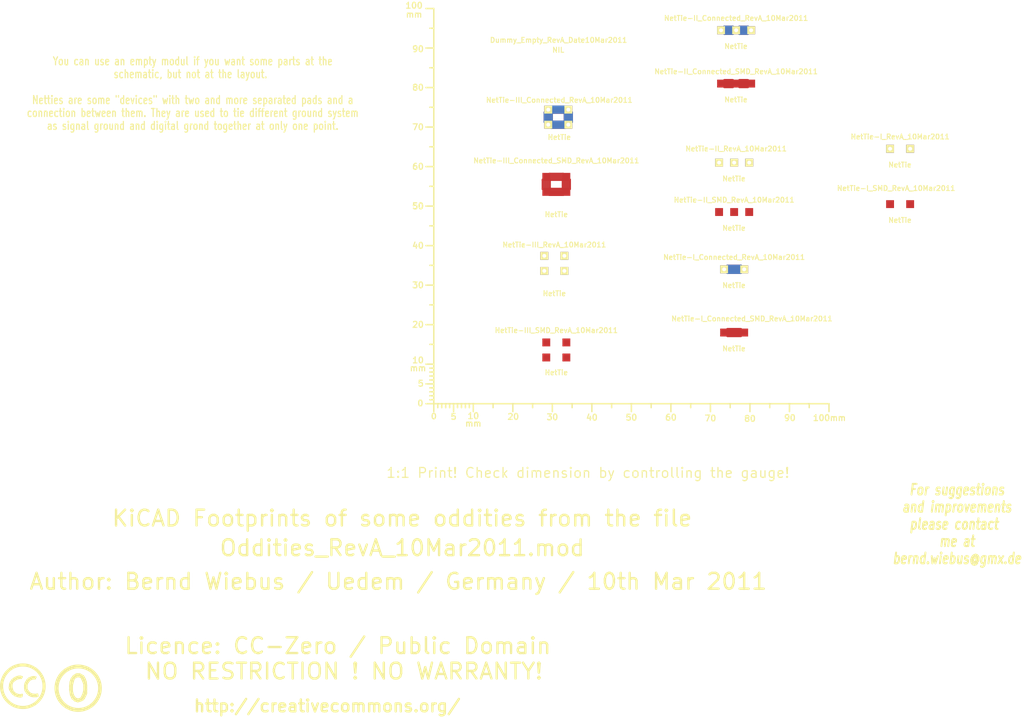
<source format=kicad_pcb>
(kicad_pcb (version 3) (host pcbnew "(2013-03-30 BZR 4007)-stable")

  (general
    (links 0)
    (no_connects 0)
    (area -16.90696 15.555699 274.02378 197.1694)
    (thickness 1.6002)
    (drawings 8)
    (tracks 0)
    (zones 0)
    (modules 16)
    (nets 1)
  )

  (page A4)
  (layers
    (15 Vorderseite signal)
    (0 Rückseite signal)
    (16 B.Adhes user)
    (17 F.Adhes user)
    (18 B.Paste user)
    (19 F.Paste user)
    (20 B.SilkS user)
    (21 F.SilkS user)
    (22 B.Mask user)
    (23 F.Mask user)
    (24 Dwgs.User user)
    (25 Cmts.User user)
    (26 Eco1.User user)
    (27 Eco2.User user)
    (28 Edge.Cuts user)
  )

  (setup
    (last_trace_width 0.2032)
    (trace_clearance 0.254)
    (zone_clearance 0.508)
    (zone_45_only no)
    (trace_min 0.2032)
    (segment_width 0.381)
    (edge_width 0.381)
    (via_size 0.889)
    (via_drill 0.635)
    (via_min_size 0.889)
    (via_min_drill 0.508)
    (uvia_size 0.508)
    (uvia_drill 0.127)
    (uvias_allowed no)
    (uvia_min_size 0.508)
    (uvia_min_drill 0.127)
    (pcb_text_width 0.3048)
    (pcb_text_size 1.524 2.032)
    (mod_edge_width 0.381)
    (mod_text_size 1.524 1.524)
    (mod_text_width 0.3048)
    (pad_size 1.99898 1.99898)
    (pad_drill 1.00076)
    (pad_to_mask_clearance 0.254)
    (aux_axis_origin 0 0)
    (visible_elements 7FFFFFFF)
    (pcbplotparams
      (layerselection 3178497)
      (usegerberextensions true)
      (excludeedgelayer true)
      (linewidth 60)
      (plotframeref false)
      (viasonmask false)
      (mode 1)
      (useauxorigin false)
      (hpglpennumber 1)
      (hpglpenspeed 20)
      (hpglpendiameter 15)
      (hpglpenoverlay 0)
      (psnegative false)
      (psa4output false)
      (plotreference true)
      (plotvalue true)
      (plotothertext true)
      (plotinvisibletext false)
      (padsonsilk false)
      (subtractmaskfromsilk false)
      (outputformat 1)
      (mirror false)
      (drillshape 1)
      (scaleselection 1)
      (outputdirectory ""))
  )

  (net 0 "")

  (net_class Default "Dies ist die voreingestellte Netzklasse."
    (clearance 0.254)
    (trace_width 0.2032)
    (via_dia 0.889)
    (via_drill 0.635)
    (uvia_dia 0.508)
    (uvia_drill 0.127)
    (add_net "")
  )

  (module Gauge_100mm_Type2_SilkScreenTop_RevA_Date22Jun2010 (layer Vorderseite) (tedit 51AF5FD9) (tstamp 4D88F07A)
    (at 125 116)
    (descr "Gauge, Massstab, 100mm, SilkScreenTop, Type 2,")
    (tags "Gauge, Massstab, 100mm, SilkScreenTop, Type 2,")
    (path Gauge_100mm_Type2_SilkScreenTop_RevA_Date22Jun2010)
    (fp_text reference MSC (at 4.0005 8.99922) (layer F.SilkS) hide
      (effects (font (size 1.524 1.524) (thickness 0.3048)))
    )
    (fp_text value Gauge_100mm_Type2_SilkScreenTop_RevA_Date22Jun2010 (at 45.9994 8.99922) (layer F.SilkS) hide
      (effects (font (size 1.524 1.524) (thickness 0.3048)))
    )
    (fp_text user mm (at 9.99998 5.00126) (layer F.SilkS)
      (effects (font (size 1.524 1.524) (thickness 0.3048)))
    )
    (fp_text user mm (at -4.0005 -8.99922) (layer F.SilkS)
      (effects (font (size 1.524 1.524) (thickness 0.3048)))
    )
    (fp_text user mm (at -5.00126 -98.5012) (layer F.SilkS)
      (effects (font (size 1.524 1.524) (thickness 0.3048)))
    )
    (fp_text user 10 (at 10.00506 3.0988) (layer F.SilkS)
      (effects (font (size 1.50114 1.50114) (thickness 0.29972)))
    )
    (fp_text user 0 (at 0.00508 3.19786) (layer F.SilkS)
      (effects (font (size 1.39954 1.50114) (thickness 0.29972)))
    )
    (fp_text user 5 (at 5.0038 3.29946) (layer F.SilkS)
      (effects (font (size 1.50114 1.50114) (thickness 0.29972)))
    )
    (fp_text user 20 (at 20.1041 3.29946) (layer F.SilkS)
      (effects (font (size 1.50114 1.50114) (thickness 0.29972)))
    )
    (fp_text user 30 (at 30.00502 3.39852) (layer F.SilkS)
      (effects (font (size 1.50114 1.50114) (thickness 0.29972)))
    )
    (fp_text user 40 (at 40.005 3.50012) (layer F.SilkS)
      (effects (font (size 1.50114 1.50114) (thickness 0.29972)))
    )
    (fp_text user 50 (at 50.00498 3.50012) (layer F.SilkS)
      (effects (font (size 1.50114 1.50114) (thickness 0.29972)))
    )
    (fp_text user 60 (at 60.00496 3.50012) (layer F.SilkS)
      (effects (font (size 1.50114 1.50114) (thickness 0.29972)))
    )
    (fp_text user 70 (at 70.00494 3.70078) (layer F.SilkS)
      (effects (font (size 1.50114 1.50114) (thickness 0.29972)))
    )
    (fp_text user 80 (at 80.00492 3.79984) (layer F.SilkS)
      (effects (font (size 1.50114 1.50114) (thickness 0.29972)))
    )
    (fp_text user 90 (at 90.1065 3.60172) (layer F.SilkS)
      (effects (font (size 1.50114 1.50114) (thickness 0.29972)))
    )
    (fp_text user 100mm (at 100.10648 3.60172) (layer F.SilkS)
      (effects (font (size 1.50114 1.50114) (thickness 0.29972)))
    )
    (fp_line (start 0 -8.99922) (end -1.00076 -8.99922) (layer F.SilkS) (width 0.381))
    (fp_line (start 0 -8.001) (end -1.00076 -8.001) (layer F.SilkS) (width 0.381))
    (fp_line (start 0 -7.00024) (end -1.00076 -7.00024) (layer F.SilkS) (width 0.381))
    (fp_line (start 0 -5.99948) (end -1.00076 -5.99948) (layer F.SilkS) (width 0.381))
    (fp_line (start 0 -4.0005) (end -1.00076 -4.0005) (layer F.SilkS) (width 0.381))
    (fp_line (start 0 -2.99974) (end -1.00076 -2.99974) (layer F.SilkS) (width 0.381))
    (fp_line (start 0 -1.99898) (end -1.00076 -1.99898) (layer F.SilkS) (width 0.381))
    (fp_line (start 0 -1.00076) (end -1.00076 -1.00076) (layer F.SilkS) (width 0.381))
    (fp_line (start 0 0) (end -1.99898 0) (layer F.SilkS) (width 0.381))
    (fp_line (start 0 -5.00126) (end -1.99898 -5.00126) (layer F.SilkS) (width 0.381))
    (fp_line (start 0 -9.99998) (end -1.99898 -9.99998) (layer F.SilkS) (width 0.381))
    (fp_line (start 0 -15.00124) (end -1.00076 -15.00124) (layer F.SilkS) (width 0.381))
    (fp_line (start 0 -19.99996) (end -1.99898 -19.99996) (layer F.SilkS) (width 0.381))
    (fp_line (start 0 -25.00122) (end -1.00076 -25.00122) (layer F.SilkS) (width 0.381))
    (fp_line (start 0 -29.99994) (end -1.99898 -29.99994) (layer F.SilkS) (width 0.381))
    (fp_line (start 0 -35.0012) (end -1.00076 -35.0012) (layer F.SilkS) (width 0.381))
    (fp_line (start 0 -39.99992) (end -1.99898 -39.99992) (layer F.SilkS) (width 0.381))
    (fp_line (start 0 -45.00118) (end -1.00076 -45.00118) (layer F.SilkS) (width 0.381))
    (fp_line (start 0 -49.9999) (end -1.99898 -49.9999) (layer F.SilkS) (width 0.381))
    (fp_line (start 0 -55.00116) (end -1.00076 -55.00116) (layer F.SilkS) (width 0.381))
    (fp_line (start 0 -59.99988) (end -1.99898 -59.99988) (layer F.SilkS) (width 0.381))
    (fp_line (start 0 -65.00114) (end -1.00076 -65.00114) (layer F.SilkS) (width 0.381))
    (fp_line (start 0 -69.99986) (end -1.99898 -69.99986) (layer F.SilkS) (width 0.381))
    (fp_line (start 0 -75.00112) (end -1.00076 -75.00112) (layer F.SilkS) (width 0.381))
    (fp_line (start 0 -79.99984) (end -1.99898 -79.99984) (layer F.SilkS) (width 0.381))
    (fp_line (start 0 -85.0011) (end -1.00076 -85.0011) (layer F.SilkS) (width 0.381))
    (fp_line (start 0 -89.99982) (end -1.99898 -89.99982) (layer F.SilkS) (width 0.381))
    (fp_line (start 0 -95.00108) (end -1.00076 -95.00108) (layer F.SilkS) (width 0.381))
    (fp_line (start 0 0) (end 0 -99.9998) (layer F.SilkS) (width 0.381))
    (fp_line (start 0 -99.9998) (end -1.99898 -99.9998) (layer F.SilkS) (width 0.381))
    (fp_text user 100 (at -4.99872 -100.7491) (layer F.SilkS)
      (effects (font (size 1.50114 1.50114) (thickness 0.29972)))
    )
    (fp_text user 90 (at -4.0005 -89.7509) (layer F.SilkS)
      (effects (font (size 1.50114 1.50114) (thickness 0.29972)))
    )
    (fp_text user 80 (at -4.0005 -79.99984) (layer F.SilkS)
      (effects (font (size 1.50114 1.50114) (thickness 0.29972)))
    )
    (fp_text user 70 (at -4.0005 -69.99986) (layer F.SilkS)
      (effects (font (size 1.50114 1.50114) (thickness 0.29972)))
    )
    (fp_text user 60 (at -4.0005 -59.99988) (layer F.SilkS)
      (effects (font (size 1.50114 1.50114) (thickness 0.29972)))
    )
    (fp_text user 50 (at -4.0005 -49.9999) (layer F.SilkS)
      (effects (font (size 1.50114 1.50114) (thickness 0.34036)))
    )
    (fp_text user 40 (at -4.0005 -39.99992) (layer F.SilkS)
      (effects (font (size 1.50114 1.50114) (thickness 0.29972)))
    )
    (fp_text user 30 (at -4.0005 -29.99994) (layer F.SilkS)
      (effects (font (size 1.50114 1.50114) (thickness 0.29972)))
    )
    (fp_text user 20 (at -4.0005 -19.99996) (layer F.SilkS)
      (effects (font (size 1.50114 1.50114) (thickness 0.29972)))
    )
    (fp_line (start 95.00108 0) (end 95.00108 1.00076) (layer F.SilkS) (width 0.381))
    (fp_line (start 89.99982 0) (end 89.99982 1.99898) (layer F.SilkS) (width 0.381))
    (fp_line (start 85.0011 0) (end 85.0011 1.00076) (layer F.SilkS) (width 0.381))
    (fp_line (start 79.99984 0) (end 79.99984 1.99898) (layer F.SilkS) (width 0.381))
    (fp_line (start 75.00112 0) (end 75.00112 1.00076) (layer F.SilkS) (width 0.381))
    (fp_line (start 69.99986 0) (end 69.99986 1.99898) (layer F.SilkS) (width 0.381))
    (fp_line (start 65.00114 0) (end 65.00114 1.00076) (layer F.SilkS) (width 0.381))
    (fp_line (start 59.99988 0) (end 59.99988 1.99898) (layer F.SilkS) (width 0.381))
    (fp_line (start 55.00116 0) (end 55.00116 1.00076) (layer F.SilkS) (width 0.381))
    (fp_line (start 49.9999 0) (end 49.9999 1.99898) (layer F.SilkS) (width 0.381))
    (fp_line (start 45.00118 0) (end 45.00118 1.00076) (layer F.SilkS) (width 0.381))
    (fp_line (start 39.99992 0) (end 39.99992 1.99898) (layer F.SilkS) (width 0.381))
    (fp_line (start 35.0012 0) (end 35.0012 1.00076) (layer F.SilkS) (width 0.381))
    (fp_line (start 29.99994 0) (end 29.99994 1.99898) (layer F.SilkS) (width 0.381))
    (fp_line (start 25.00122 0) (end 25.00122 1.00076) (layer F.SilkS) (width 0.381))
    (fp_line (start 19.99996 0) (end 19.99996 1.99898) (layer F.SilkS) (width 0.381))
    (fp_line (start 15.00124 0) (end 15.00124 1.00076) (layer F.SilkS) (width 0.381))
    (fp_line (start 9.99998 0) (end 99.9998 0) (layer F.SilkS) (width 0.381))
    (fp_line (start 99.9998 0) (end 99.9998 1.99898) (layer F.SilkS) (width 0.381))
    (fp_text user 5 (at -3.302 -5.10286) (layer F.SilkS)
      (effects (font (size 1.50114 1.50114) (thickness 0.29972)))
    )
    (fp_text user 0 (at -3.4036 -0.10414) (layer F.SilkS)
      (effects (font (size 1.50114 1.50114) (thickness 0.29972)))
    )
    (fp_text user 10 (at -4.0005 -11.00074) (layer F.SilkS)
      (effects (font (size 1.50114 1.50114) (thickness 0.29972)))
    )
    (fp_line (start 8.99922 0) (end 8.99922 1.00076) (layer F.SilkS) (width 0.381))
    (fp_line (start 8.001 0) (end 8.001 1.00076) (layer F.SilkS) (width 0.381))
    (fp_line (start 7.00024 0) (end 7.00024 1.00076) (layer F.SilkS) (width 0.381))
    (fp_line (start 5.99948 0) (end 5.99948 1.00076) (layer F.SilkS) (width 0.381))
    (fp_line (start 4.0005 0) (end 4.0005 1.00076) (layer F.SilkS) (width 0.381))
    (fp_line (start 2.99974 0) (end 2.99974 1.00076) (layer F.SilkS) (width 0.381))
    (fp_line (start 1.99898 0) (end 1.99898 1.00076) (layer F.SilkS) (width 0.381))
    (fp_line (start 1.00076 0) (end 1.00076 1.00076) (layer F.SilkS) (width 0.381))
    (fp_line (start 5.00126 0) (end 5.00126 1.99898) (layer F.SilkS) (width 0.381))
    (fp_line (start 0 0) (end 0 1.99898) (layer F.SilkS) (width 0.381))
    (fp_line (start 0 0) (end 9.99998 0) (layer F.SilkS) (width 0.381))
    (fp_line (start 9.99998 0) (end 9.99998 1.99898) (layer F.SilkS) (width 0.381))
  )

  (module Symbol_CC-PublicDomain_SilkScreenTop_Big (layer Vorderseite) (tedit 515D641F) (tstamp 515F0B64)
    (at 35 188)
    (descr "Symbol, CC-PublicDomain, SilkScreen Top, Big,")
    (tags "Symbol, CC-PublicDomain, SilkScreen Top, Big,")
    (path Symbol_CC-Noncommercial_CopperTop_Big)
    (fp_text reference Sym (at 0.59944 -7.29996) (layer F.SilkS) hide
      (effects (font (size 1.524 1.524) (thickness 0.3048)))
    )
    (fp_text value Symbol_CC-PublicDomain_SilkScreenTop_Big (at 0.59944 8.001) (layer F.SilkS) hide
      (effects (font (size 1.524 1.524) (thickness 0.3048)))
    )
    (fp_circle (center 0 0) (end 5.8 -0.05) (layer F.SilkS) (width 0.381))
    (fp_circle (center 0 0) (end 5.5 0) (layer F.SilkS) (width 0.381))
    (fp_circle (center 0.05 0) (end 5.25 0) (layer F.SilkS) (width 0.381))
    (fp_line (start 1.1 -2.5) (end 1.4 -1.9) (layer F.SilkS) (width 0.381))
    (fp_line (start -1.8 1.2) (end -1.6 1.9) (layer F.SilkS) (width 0.381))
    (fp_line (start -1.6 1.9) (end -1.2 2.5) (layer F.SilkS) (width 0.381))
    (fp_line (start 0 -3) (end 0.75 -2.75) (layer F.SilkS) (width 0.381))
    (fp_line (start 0.75 -2.75) (end 1 -2.25) (layer F.SilkS) (width 0.381))
    (fp_line (start 1 -2.25) (end 1.5 -1) (layer F.SilkS) (width 0.381))
    (fp_line (start 1.5 -1) (end 1.5 -0.5) (layer F.SilkS) (width 0.381))
    (fp_line (start 1.5 -0.5) (end 1.5 0.5) (layer F.SilkS) (width 0.381))
    (fp_line (start 1.5 0.5) (end 1.25 1.5) (layer F.SilkS) (width 0.381))
    (fp_line (start 1.25 1.5) (end 0.75 2.5) (layer F.SilkS) (width 0.381))
    (fp_line (start 0.75 2.5) (end 0.25 2.75) (layer F.SilkS) (width 0.381))
    (fp_line (start 0.25 2.75) (end -0.25 2.75) (layer F.SilkS) (width 0.381))
    (fp_line (start -0.25 2.75) (end -0.75 2.5) (layer F.SilkS) (width 0.381))
    (fp_line (start -0.75 2.5) (end -1.25 1.75) (layer F.SilkS) (width 0.381))
    (fp_line (start -1.25 1.75) (end -1.5 0.75) (layer F.SilkS) (width 0.381))
    (fp_line (start -1.5 0.75) (end -1.5 -0.75) (layer F.SilkS) (width 0.381))
    (fp_line (start -1.5 -0.75) (end -1.25 -1.75) (layer F.SilkS) (width 0.381))
    (fp_line (start -1.25 -1.75) (end -1 -2.5) (layer F.SilkS) (width 0.381))
    (fp_line (start -1 -2.5) (end -0.3 -2.9) (layer F.SilkS) (width 0.381))
    (fp_line (start -0.3 -2.9) (end 0.2 -3) (layer F.SilkS) (width 0.381))
    (fp_line (start 0.2 -3) (end 0.8 -3) (layer F.SilkS) (width 0.381))
    (fp_line (start 0.8 -3) (end 1.4 -2.3) (layer F.SilkS) (width 0.381))
    (fp_line (start 1.4 -2.3) (end 1.6 -1.4) (layer F.SilkS) (width 0.381))
    (fp_line (start 1.6 -1.4) (end 1.7 -0.3) (layer F.SilkS) (width 0.381))
    (fp_line (start 1.7 -0.3) (end 1.7 0.9) (layer F.SilkS) (width 0.381))
    (fp_line (start 1.7 0.9) (end 1.4 1.8) (layer F.SilkS) (width 0.381))
    (fp_line (start 1.4 1.8) (end 1 2.7) (layer F.SilkS) (width 0.381))
    (fp_line (start 1 2.7) (end 0.5 3) (layer F.SilkS) (width 0.381))
    (fp_line (start 0.5 3) (end -0.4 3) (layer F.SilkS) (width 0.381))
    (fp_line (start -0.4 3) (end -1.3 2.3) (layer F.SilkS) (width 0.381))
    (fp_line (start -1.3 2.3) (end -1.7 1) (layer F.SilkS) (width 0.381))
    (fp_line (start -1.7 1) (end -1.8 -0.7) (layer F.SilkS) (width 0.381))
    (fp_line (start -1.8 -0.7) (end -1.4 -2.2) (layer F.SilkS) (width 0.381))
    (fp_line (start -1.4 -2.2) (end -1 -2.9) (layer F.SilkS) (width 0.381))
    (fp_line (start -1 -2.9) (end -0.2 -3.3) (layer F.SilkS) (width 0.381))
    (fp_line (start -0.2 -3.3) (end 0.7 -3.2) (layer F.SilkS) (width 0.381))
    (fp_line (start 0.7 -3.2) (end 1.3 -3.1) (layer F.SilkS) (width 0.381))
    (fp_line (start 1.3 -3.1) (end 1.7 -2.4) (layer F.SilkS) (width 0.381))
    (fp_line (start 1.7 -2.4) (end 2 -1.6) (layer F.SilkS) (width 0.381))
    (fp_line (start 2 -1.6) (end 2.1 -0.6) (layer F.SilkS) (width 0.381))
    (fp_line (start 2.1 -0.6) (end 2.1 0.3) (layer F.SilkS) (width 0.381))
    (fp_line (start 2.1 0.3) (end 2.1 1.3) (layer F.SilkS) (width 0.381))
    (fp_line (start 2.1 1.3) (end 1.9 1.8) (layer F.SilkS) (width 0.381))
    (fp_line (start 1.9 1.8) (end 1.5 2.6) (layer F.SilkS) (width 0.381))
    (fp_line (start 1.5 2.6) (end 1.1 3) (layer F.SilkS) (width 0.381))
    (fp_line (start 1.1 3) (end 0.4 3.3) (layer F.SilkS) (width 0.381))
    (fp_line (start 0.4 3.3) (end -0.1 3.4) (layer F.SilkS) (width 0.381))
    (fp_line (start -0.1 3.4) (end -0.8 3.2) (layer F.SilkS) (width 0.381))
    (fp_line (start -0.8 3.2) (end -1.5 2.6) (layer F.SilkS) (width 0.381))
    (fp_line (start -1.5 2.6) (end -1.9 1.7) (layer F.SilkS) (width 0.381))
    (fp_line (start -1.9 1.7) (end -2.1 0.4) (layer F.SilkS) (width 0.381))
    (fp_line (start -2.1 0.4) (end -2.1 -0.6) (layer F.SilkS) (width 0.381))
    (fp_line (start -2.1 -0.6) (end -2 -1.6) (layer F.SilkS) (width 0.381))
    (fp_line (start -2 -1.6) (end -1.7 -2.4) (layer F.SilkS) (width 0.381))
    (fp_line (start -1.7 -2.4) (end -1.2 -3.1) (layer F.SilkS) (width 0.381))
    (fp_line (start -1.2 -3.1) (end -0.4 -3.6) (layer F.SilkS) (width 0.381))
    (fp_line (start -0.4 -3.6) (end 0.4 -3.6) (layer F.SilkS) (width 0.381))
    (fp_line (start 0.4 -3.6) (end 1.1 -3.2) (layer F.SilkS) (width 0.381))
    (fp_line (start 1.1 -3.2) (end 1.1 -2.9) (layer F.SilkS) (width 0.381))
    (fp_line (start 1.1 -2.9) (end 1.8 -1.5) (layer F.SilkS) (width 0.381))
    (fp_line (start 1.8 -1.5) (end 1.8 -0.4) (layer F.SilkS) (width 0.381))
    (fp_line (start 1.8 -0.4) (end 1.8 1.1) (layer F.SilkS) (width 0.381))
    (fp_line (start 1.8 1.1) (end 1.2 2.6) (layer F.SilkS) (width 0.381))
    (fp_line (start 1.2 2.6) (end 0.2 3.2) (layer F.SilkS) (width 0.381))
    (fp_line (start 0.2 3.2) (end -0.5 3.2) (layer F.SilkS) (width 0.381))
    (fp_line (start -0.5 3.2) (end -1.1 2.7) (layer F.SilkS) (width 0.381))
    (fp_line (start -1.1 2.7) (end -1.9 0.6) (layer F.SilkS) (width 0.381))
    (fp_line (start -1.9 0.6) (end -1.7 -1.9) (layer F.SilkS) (width 0.381))
  )

  (module Symbol_CreativeCommons_SilkScreenTop_Type2_Big (layer Vorderseite) (tedit 515D640C) (tstamp 515F46B2)
    (at 21 187.5)
    (descr "Symbol, Creative Commons, SilkScreen Top, Type 2, Big,")
    (tags "Symbol, Creative Commons, SilkScreen Top, Type 2, Big,")
    (path Symbol_CreativeCommons_CopperTop_Type2_Big)
    (fp_text reference Sym (at 0.59944 -7.29996) (layer F.SilkS) hide
      (effects (font (size 1.524 1.524) (thickness 0.3048)))
    )
    (fp_text value Symbol_CreativeCommons_Typ2_SilkScreenTop_Big (at 0.59944 8.001) (layer F.SilkS) hide
      (effects (font (size 1.524 1.524) (thickness 0.3048)))
    )
    (fp_line (start -0.70104 2.70002) (end -0.29972 2.60096) (layer F.SilkS) (width 0.381))
    (fp_line (start -0.29972 2.60096) (end -0.20066 2.10058) (layer F.SilkS) (width 0.381))
    (fp_line (start -2.49936 -1.69926) (end -2.70002 -1.6002) (layer F.SilkS) (width 0.381))
    (fp_line (start -2.70002 -1.6002) (end -3.0988 -1.00076) (layer F.SilkS) (width 0.381))
    (fp_line (start -3.0988 -1.00076) (end -3.29946 -0.50038) (layer F.SilkS) (width 0.381))
    (fp_line (start -3.29946 -0.50038) (end -3.40106 0.39878) (layer F.SilkS) (width 0.381))
    (fp_line (start -3.40106 0.39878) (end -3.29946 0.89916) (layer F.SilkS) (width 0.381))
    (fp_line (start -0.19812 2.4003) (end -0.29718 2.59842) (layer F.SilkS) (width 0.381))
    (fp_line (start 3.70078 2.10058) (end 3.79984 2.4003) (layer F.SilkS) (width 0.381))
    (fp_line (start 2.99974 -2.4003) (end 3.29946 -2.30124) (layer F.SilkS) (width 0.381))
    (fp_line (start 3.29946 -2.30124) (end 3.0988 -1.99898) (layer F.SilkS) (width 0.381))
    (fp_line (start 0 -5.40004) (end -0.50038 -5.40004) (layer F.SilkS) (width 0.381))
    (fp_line (start -0.50038 -5.40004) (end -1.30048 -5.10032) (layer F.SilkS) (width 0.381))
    (fp_line (start -1.30048 -5.10032) (end -1.99898 -4.89966) (layer F.SilkS) (width 0.381))
    (fp_line (start -1.99898 -4.89966) (end -2.70002 -4.699) (layer F.SilkS) (width 0.381))
    (fp_line (start -2.70002 -4.699) (end -3.29946 -4.20116) (layer F.SilkS) (width 0.381))
    (fp_line (start -3.29946 -4.20116) (end -4.0005 -3.59918) (layer F.SilkS) (width 0.381))
    (fp_line (start -4.0005 -3.59918) (end -4.50088 -2.99974) (layer F.SilkS) (width 0.381))
    (fp_line (start -4.50088 -2.99974) (end -5.00126 -2.10058) (layer F.SilkS) (width 0.381))
    (fp_line (start -5.00126 -2.10058) (end -5.30098 -1.09982) (layer F.SilkS) (width 0.381))
    (fp_line (start -5.30098 -1.09982) (end -5.40004 0.09906) (layer F.SilkS) (width 0.381))
    (fp_line (start -5.40004 0.09906) (end -5.19938 1.30048) (layer F.SilkS) (width 0.381))
    (fp_line (start -5.19938 1.30048) (end -4.8006 2.4003) (layer F.SilkS) (width 0.381))
    (fp_line (start -4.8006 2.4003) (end -3.79984 3.8989) (layer F.SilkS) (width 0.381))
    (fp_line (start -3.79984 3.8989) (end -2.60096 4.8006) (layer F.SilkS) (width 0.381))
    (fp_line (start -2.60096 4.8006) (end -1.30048 5.30098) (layer F.SilkS) (width 0.381))
    (fp_line (start -1.30048 5.30098) (end 0.09906 5.30098) (layer F.SilkS) (width 0.381))
    (fp_line (start 0.09906 5.30098) (end 1.6002 5.19938) (layer F.SilkS) (width 0.381))
    (fp_line (start 1.6002 5.19938) (end 2.60096 4.699) (layer F.SilkS) (width 0.381))
    (fp_line (start 2.60096 4.699) (end 4.20116 3.40106) (layer F.SilkS) (width 0.381))
    (fp_line (start 4.20116 3.40106) (end 5.00126 1.80086) (layer F.SilkS) (width 0.381))
    (fp_line (start 5.00126 1.80086) (end 5.40004 0.29972) (layer F.SilkS) (width 0.381))
    (fp_line (start 5.40004 0.29972) (end 5.19938 -1.39954) (layer F.SilkS) (width 0.381))
    (fp_line (start 5.19938 -1.39954) (end 4.699 -2.49936) (layer F.SilkS) (width 0.381))
    (fp_line (start 4.699 -2.49936) (end 3.40106 -4.09956) (layer F.SilkS) (width 0.381))
    (fp_line (start 3.40106 -4.09956) (end 2.4003 -4.8006) (layer F.SilkS) (width 0.381))
    (fp_line (start 2.4003 -4.8006) (end 1.39954 -5.19938) (layer F.SilkS) (width 0.381))
    (fp_line (start 1.39954 -5.19938) (end 0 -5.30098) (layer F.SilkS) (width 0.381))
    (fp_line (start 0.60198 -0.70104) (end 0.50292 -0.20066) (layer F.SilkS) (width 0.381))
    (fp_line (start 0.50292 -0.20066) (end 0.50292 0.49784) (layer F.SilkS) (width 0.381))
    (fp_line (start 0.50292 0.49784) (end 0.60198 1.09982) (layer F.SilkS) (width 0.381))
    (fp_line (start 0.60198 1.09982) (end 1.00076 1.69926) (layer F.SilkS) (width 0.381))
    (fp_line (start 1.00076 1.69926) (end 1.50114 2.19964) (layer F.SilkS) (width 0.381))
    (fp_line (start 1.50114 2.19964) (end 2.10058 2.49936) (layer F.SilkS) (width 0.381))
    (fp_line (start 2.10058 2.49936) (end 2.60096 2.59842) (layer F.SilkS) (width 0.381))
    (fp_line (start 2.60096 2.59842) (end 3.00228 2.59842) (layer F.SilkS) (width 0.381))
    (fp_line (start 3.00228 2.59842) (end 3.40106 2.59842) (layer F.SilkS) (width 0.381))
    (fp_line (start 3.40106 2.59842) (end 3.80238 2.49936) (layer F.SilkS) (width 0.381))
    (fp_line (start 3.80238 2.49936) (end 3.70078 2.2987) (layer F.SilkS) (width 0.381))
    (fp_line (start 3.70078 2.2987) (end 2.80162 2.4003) (layer F.SilkS) (width 0.381))
    (fp_line (start 2.80162 2.4003) (end 1.80086 2.09804) (layer F.SilkS) (width 0.381))
    (fp_line (start 1.80086 2.09804) (end 1.20142 1.6002) (layer F.SilkS) (width 0.381))
    (fp_line (start 1.20142 1.6002) (end 0.80264 0.6985) (layer F.SilkS) (width 0.381))
    (fp_line (start 0.80264 0.6985) (end 0.70104 -0.29972) (layer F.SilkS) (width 0.381))
    (fp_line (start 0.70104 -0.29972) (end 1.00076 -1.00076) (layer F.SilkS) (width 0.381))
    (fp_line (start 1.00076 -1.00076) (end 1.60274 -1.7018) (layer F.SilkS) (width 0.381))
    (fp_line (start 1.60274 -1.7018) (end 2.30124 -2.10058) (layer F.SilkS) (width 0.381))
    (fp_line (start 2.30124 -2.10058) (end 3.00228 -2.10058) (layer F.SilkS) (width 0.381))
    (fp_line (start 3.00228 -2.10058) (end 3.10134 -1.89992) (layer F.SilkS) (width 0.381))
    (fp_line (start 3.10134 -1.89992) (end 2.5019 -1.89992) (layer F.SilkS) (width 0.381))
    (fp_line (start 2.5019 -1.89992) (end 1.80086 -1.6002) (layer F.SilkS) (width 0.381))
    (fp_line (start 1.80086 -1.6002) (end 1.30048 -1.00076) (layer F.SilkS) (width 0.381))
    (fp_line (start 1.30048 -1.00076) (end 1.00076 -0.40132) (layer F.SilkS) (width 0.381))
    (fp_line (start 1.00076 -0.40132) (end 1.00076 0.09906) (layer F.SilkS) (width 0.381))
    (fp_line (start 1.00076 0.09906) (end 1.00076 0.6985) (layer F.SilkS) (width 0.381))
    (fp_line (start 1.00076 0.6985) (end 1.30048 1.19888) (layer F.SilkS) (width 0.381))
    (fp_line (start 1.30048 1.19888) (end 1.7018 1.69926) (layer F.SilkS) (width 0.381))
    (fp_line (start 1.7018 1.69926) (end 2.30124 1.99898) (layer F.SilkS) (width 0.381))
    (fp_line (start 2.30124 1.99898) (end 2.90068 2.09804) (layer F.SilkS) (width 0.381))
    (fp_line (start 2.90068 2.09804) (end 3.40106 2.09804) (layer F.SilkS) (width 0.381))
    (fp_line (start 3.40106 2.09804) (end 3.70078 1.99898) (layer F.SilkS) (width 0.381))
    (fp_line (start 3.00228 -2.4003) (end 2.40284 -2.4003) (layer F.SilkS) (width 0.381))
    (fp_line (start 2.40284 -2.4003) (end 2.00152 -2.20218) (layer F.SilkS) (width 0.381))
    (fp_line (start 2.00152 -2.20218) (end 1.50114 -2.00152) (layer F.SilkS) (width 0.381))
    (fp_line (start 1.50114 -2.00152) (end 1.10236 -1.6002) (layer F.SilkS) (width 0.381))
    (fp_line (start 1.10236 -1.6002) (end 0.80264 -1.09982) (layer F.SilkS) (width 0.381))
    (fp_line (start 0.80264 -1.09982) (end 0.60198 -0.70104) (layer F.SilkS) (width 0.381))
    (fp_line (start -0.39878 -1.99898) (end -0.89916 -1.99898) (layer F.SilkS) (width 0.381))
    (fp_line (start -0.89916 -1.99898) (end -1.39954 -1.89738) (layer F.SilkS) (width 0.381))
    (fp_line (start -1.39954 -1.89738) (end -1.89992 -1.59766) (layer F.SilkS) (width 0.381))
    (fp_line (start -1.89992 -1.59766) (end -2.4003 -1.19888) (layer F.SilkS) (width 0.381))
    (fp_line (start -2.4003 -1.30048) (end -2.70002 -0.8001) (layer F.SilkS) (width 0.381))
    (fp_line (start -2.70002 -0.8001) (end -2.79908 -0.29972) (layer F.SilkS) (width 0.381))
    (fp_line (start -2.79908 -0.29972) (end -2.79908 0.20066) (layer F.SilkS) (width 0.381))
    (fp_line (start -2.79908 0.20066) (end -2.59842 1.00076) (layer F.SilkS) (width 0.381))
    (fp_line (start -2.69748 1.00076) (end -2.39776 1.39954) (layer F.SilkS) (width 0.381))
    (fp_line (start -2.29616 1.4986) (end -1.79578 1.89992) (layer F.SilkS) (width 0.381))
    (fp_line (start -1.79578 1.89992) (end -1.29794 2.09804) (layer F.SilkS) (width 0.381))
    (fp_line (start -1.29794 2.09804) (end -0.89662 2.19964) (layer F.SilkS) (width 0.381))
    (fp_line (start -0.89662 2.19964) (end -0.49784 2.19964) (layer F.SilkS) (width 0.381))
    (fp_line (start -0.49784 2.19964) (end -0.19812 2.09804) (layer F.SilkS) (width 0.381))
    (fp_line (start -0.19812 2.09804) (end -0.29718 2.4003) (layer F.SilkS) (width 0.381))
    (fp_line (start -0.29718 2.4003) (end -0.89662 2.49936) (layer F.SilkS) (width 0.381))
    (fp_line (start -0.89662 2.49936) (end -1.59766 2.2987) (layer F.SilkS) (width 0.381))
    (fp_line (start -1.59766 2.2987) (end -2.29616 1.79832) (layer F.SilkS) (width 0.381))
    (fp_line (start -2.29616 1.79832) (end -2.79654 1.29794) (layer F.SilkS) (width 0.381))
    (fp_line (start -2.79908 1.39954) (end -2.99974 0.70104) (layer F.SilkS) (width 0.381))
    (fp_line (start -2.99974 0.70104) (end -3.0988 0) (layer F.SilkS) (width 0.381))
    (fp_line (start -3.0988 0) (end -2.99974 -0.59944) (layer F.SilkS) (width 0.381))
    (fp_line (start -2.99974 -0.8001) (end -2.70002 -1.30048) (layer F.SilkS) (width 0.381))
    (fp_line (start -2.70002 -1.09982) (end -2.19964 -1.6002) (layer F.SilkS) (width 0.381))
    (fp_line (start -2.19964 -1.69926) (end -1.69926 -1.99898) (layer F.SilkS) (width 0.381))
    (fp_line (start -1.69926 -1.99898) (end -1.19888 -2.19964) (layer F.SilkS) (width 0.381))
    (fp_line (start -1.19888 -2.19964) (end -0.6985 -2.19964) (layer F.SilkS) (width 0.381))
    (fp_line (start -0.6985 -2.19964) (end -0.29972 -2.19964) (layer F.SilkS) (width 0.381))
    (fp_line (start -0.29972 -2.19964) (end -0.20066 -2.39776) (layer F.SilkS) (width 0.381))
    (fp_line (start -0.20066 -2.39776) (end -0.59944 -2.49936) (layer F.SilkS) (width 0.381))
    (fp_line (start -0.59944 -2.49936) (end -1.00076 -2.49936) (layer F.SilkS) (width 0.381))
    (fp_line (start -1.00076 -2.49936) (end -1.4986 -2.39776) (layer F.SilkS) (width 0.381))
    (fp_line (start -1.4986 -2.39776) (end -2.10058 -2.09804) (layer F.SilkS) (width 0.381))
    (fp_line (start -2.10058 -2.09804) (end -2.59842 -1.69926) (layer F.SilkS) (width 0.381))
    (fp_line (start -2.59842 -1.6002) (end -3.0988 -0.89916) (layer F.SilkS) (width 0.381))
    (fp_line (start -3.0988 -0.89916) (end -3.29946 -0.29972) (layer F.SilkS) (width 0.381))
    (fp_line (start -3.29946 -0.29972) (end -3.29946 0.40132) (layer F.SilkS) (width 0.381))
    (fp_line (start -3.29946 0.40132) (end -3.2004 1.00076) (layer F.SilkS) (width 0.381))
    (fp_line (start -3.29946 0.8001) (end -2.99974 1.39954) (layer F.SilkS) (width 0.381))
    (fp_line (start -2.89814 1.4986) (end -2.49682 1.99898) (layer F.SilkS) (width 0.381))
    (fp_line (start -2.49682 1.99898) (end -1.89738 2.4003) (layer F.SilkS) (width 0.381))
    (fp_line (start -1.89738 2.4003) (end -1.19634 2.59842) (layer F.SilkS) (width 0.381))
    (fp_line (start -1.19634 2.59842) (end -0.69596 2.70002) (layer F.SilkS) (width 0.381))
    (fp_line (start -2.9972 1.19888) (end -2.59842 1.19888) (layer F.SilkS) (width 0.381))
    (fp_circle (center 0 0) (end 5.08 1.016) (layer F.SilkS) (width 0.381))
    (fp_circle (center 0 0) (end 5.588 0) (layer F.SilkS) (width 0.381))
  )

  (module Dummy_Empty_RevA_Date10Mar2011 (layer Vorderseite) (tedit 51AF5FA5) (tstamp 51AF5F86)
    (at 156.5 26.5)
    (descr "Only empty Dummy to give satsfaction to DRC")
    (tags "Only empty Dummy to give satsfaction to DRC")
    (fp_text reference Dummy_Empty_RevA_Date10Mar2011 (at 0.07112 -2.49936) (layer F.SilkS)
      (effects (font (size 1.27 1.27) (thickness 0.254)))
    )
    (fp_text value NIL (at 0 0) (layer F.SilkS)
      (effects (font (size 1.27 1.27) (thickness 0.254)))
    )
  )

  (module NetTie-III_Connected_RevA_20Mar2011 (layer Vorderseite) (tedit 51AF5FB0) (tstamp 51AF61AD)
    (at 156.5 43.5)
    (descr "Just a \"Net tie\" as an more or less elegant way to connect two different nets without disturbing ERC and DRC. Make connection between 1 and 2 by yourself.")
    (tags "Just a \"Net tie\" as an more or less elegant way to connect two different nets without disturbing ERC and DRC. Make connection between 1 and 2 by yourself.")
    (path NetTie-I_Connected_RevA_20Mar2011)
    (fp_text reference NetTie (at 0.254 5.08) (layer F.SilkS)
      (effects (font (size 1.27 1.27) (thickness 0.254)))
    )
    (fp_text value NetTie-III_Connected_RevA_10Mar2011 (at 0.254 -4.318) (layer F.SilkS)
      (effects (font (size 1.27 1.27) (thickness 0.254)))
    )
    (fp_line (start 2.54 -1.016) (end 2.54 1.016) (layer Rückseite) (width 0.3048))
    (fp_line (start 3.556 -1.27) (end 3.556 1.27) (layer Rückseite) (width 0.3048))
    (fp_line (start 3.556 1.27) (end 3.302 1.27) (layer Rückseite) (width 0.3048))
    (fp_line (start 3.302 1.27) (end 3.302 -1.27) (layer Rückseite) (width 0.3048))
    (fp_line (start 3.302 -1.27) (end 3.048 -1.27) (layer Rückseite) (width 0.3048))
    (fp_line (start 3.048 -1.27) (end 3.048 1.27) (layer Rückseite) (width 0.3048))
    (fp_line (start 3.048 1.27) (end 2.794 1.27) (layer Rückseite) (width 0.3048))
    (fp_line (start 2.794 1.27) (end 2.794 -1.27) (layer Rückseite) (width 0.3048))
    (fp_line (start 1.524 -1.27) (end 1.524 1.27) (layer Rückseite) (width 0.3048))
    (fp_line (start 1.524 1.27) (end 1.778 1.27) (layer Rückseite) (width 0.3048))
    (fp_line (start 1.778 1.27) (end 1.778 -1.27) (layer Rückseite) (width 0.3048))
    (fp_line (start 1.778 -1.27) (end 2.032 -1.27) (layer Rückseite) (width 0.3048))
    (fp_line (start 2.032 -1.27) (end 2.032 1.27) (layer Rückseite) (width 0.3048))
    (fp_line (start 2.032 1.27) (end 2.286 1.27) (layer Rückseite) (width 0.3048))
    (fp_line (start 2.286 1.27) (end 2.286 -1.27) (layer Rückseite) (width 0.3048))
    (fp_line (start 1.778 2.794) (end -1.778 2.794) (layer Rückseite) (width 0.3048))
    (fp_line (start -1.778 2.794) (end -1.778 2.54) (layer Rückseite) (width 0.3048))
    (fp_line (start -1.778 2.54) (end 1.778 2.54) (layer Rückseite) (width 0.3048))
    (fp_line (start 1.778 2.54) (end 1.778 2.286) (layer Rückseite) (width 0.3048))
    (fp_line (start 1.778 2.286) (end -1.778 2.286) (layer Rückseite) (width 0.3048))
    (fp_line (start -1.778 2.286) (end -1.778 2.032) (layer Rückseite) (width 0.3048))
    (fp_line (start -1.778 2.032) (end 1.778 2.032) (layer Rückseite) (width 0.3048))
    (fp_line (start 1.778 2.032) (end 1.778 1.778) (layer Rückseite) (width 0.3048))
    (fp_line (start 1.778 1.778) (end -1.778 1.778) (layer Rückseite) (width 0.3048))
    (fp_line (start -1.778 1.778) (end -1.778 1.524) (layer Rückseite) (width 0.3048))
    (fp_line (start -1.778 1.524) (end 1.778 1.524) (layer Rückseite) (width 0.3048))
    (fp_line (start 1.778 1.524) (end 1.778 1.27) (layer Rückseite) (width 0.3048))
    (fp_line (start 1.778 1.27) (end -1.778 1.27) (layer Rückseite) (width 0.3048))
    (fp_line (start -1.778 1.27) (end -1.778 1.016) (layer Rückseite) (width 0.3048))
    (fp_line (start -1.778 1.016) (end 1.778 1.016) (layer Rückseite) (width 0.3048))
    (fp_line (start 1.778 1.016) (end 1.778 0.762) (layer Rückseite) (width 0.3048))
    (fp_line (start 1.778 0.762) (end 1.778 1.016) (layer Rückseite) (width 0.3048))
    (fp_line (start 1.778 -2.794) (end -1.778 -2.794) (layer Rückseite) (width 0.3048))
    (fp_line (start -1.778 -2.794) (end -1.778 -2.54) (layer Rückseite) (width 0.3048))
    (fp_line (start -1.778 -2.54) (end 1.778 -2.54) (layer Rückseite) (width 0.3048))
    (fp_line (start 1.778 -2.54) (end 1.778 -2.286) (layer Rückseite) (width 0.3048))
    (fp_line (start 1.778 -2.286) (end -1.778 -2.286) (layer Rückseite) (width 0.3048))
    (fp_line (start -1.778 -2.286) (end -1.778 -2.032) (layer Rückseite) (width 0.3048))
    (fp_line (start -1.778 -2.032) (end 1.778 -2.032) (layer Rückseite) (width 0.3048))
    (fp_line (start 1.778 -2.032) (end 1.778 -1.778) (layer Rückseite) (width 0.3048))
    (fp_line (start 1.778 -1.778) (end -1.778 -1.778) (layer Rückseite) (width 0.3048))
    (fp_line (start -1.778 -1.778) (end -1.778 -1.524) (layer Rückseite) (width 0.3048))
    (fp_line (start -1.778 -1.524) (end 1.524 -1.524) (layer Rückseite) (width 0.3048))
    (fp_line (start 1.524 -1.524) (end 1.778 -1.524) (layer Rückseite) (width 0.3048))
    (fp_line (start 1.778 -1.524) (end 1.778 -1.27) (layer Rückseite) (width 0.3048))
    (fp_line (start 1.778 -1.27) (end -1.778 -1.27) (layer Rückseite) (width 0.3048))
    (fp_line (start -1.778 -1.27) (end -1.778 -1.016) (layer Rückseite) (width 0.3048))
    (fp_line (start -1.778 -1.016) (end 1.778 -1.016) (layer Rückseite) (width 0.3048))
    (fp_line (start -2.54 -1.016) (end -2.54 1.016) (layer Rückseite) (width 0.3048))
    (fp_line (start -2.286 1.27) (end -2.286 -1.27) (layer Rückseite) (width 0.3048))
    (fp_line (start -2.286 -1.27) (end -2.032 -1.27) (layer Rückseite) (width 0.3048))
    (fp_line (start -2.032 -1.27) (end -2.032 1.27) (layer Rückseite) (width 0.3048))
    (fp_line (start -2.032 1.27) (end -1.778 1.27) (layer Rückseite) (width 0.3048))
    (fp_line (start -1.778 1.27) (end -1.778 -1.27) (layer Rückseite) (width 0.3048))
    (fp_line (start -1.778 -1.27) (end -1.524 -1.27) (layer Rückseite) (width 0.3048))
    (fp_line (start -1.524 -1.27) (end -1.524 1.27) (layer Rückseite) (width 0.3048))
    (fp_line (start -3.556 -1.27) (end -3.556 1.27) (layer Rückseite) (width 0.3048))
    (fp_line (start -3.556 1.27) (end -3.302 1.27) (layer Rückseite) (width 0.3048))
    (fp_line (start -3.302 1.27) (end -3.302 -1.27) (layer Rückseite) (width 0.3048))
    (fp_line (start -3.302 -1.27) (end -3.048 -1.27) (layer Rückseite) (width 0.3048))
    (fp_line (start -3.048 -1.27) (end -3.048 1.27) (layer Rückseite) (width 0.3048))
    (fp_line (start -3.048 1.27) (end -2.794 1.27) (layer Rückseite) (width 0.3048))
    (fp_line (start -2.794 1.27) (end -2.794 -1.27) (layer Rückseite) (width 0.3048))
    (fp_line (start 2.54 -1.016) (end 2.54 1.016) (layer Vorderseite) (width 0.3048))
    (fp_line (start -2.54 -1.016) (end -2.54 1.016) (layer Vorderseite) (width 0.3048))
    (fp_line (start 1.524 1.27) (end 1.524 -1.27) (layer Vorderseite) (width 0.3048))
    (fp_line (start 1.778 -1.27) (end 1.778 1.27) (layer Vorderseite) (width 0.3048))
    (fp_line (start 2.032 1.27) (end 2.032 -1.27) (layer Vorderseite) (width 0.3048))
    (fp_line (start 2.286 -1.27) (end 2.286 1.27) (layer Vorderseite) (width 0.3048))
    (fp_line (start 2.794 -1.27) (end 2.794 1.27) (layer Vorderseite) (width 0.3048))
    (fp_line (start 3.048 1.27) (end 3.048 -1.27) (layer Vorderseite) (width 0.3048))
    (fp_line (start 3.302 -1.27) (end 3.302 1.27) (layer Vorderseite) (width 0.3048))
    (fp_line (start 3.556 1.27) (end 3.556 -1.27) (layer Vorderseite) (width 0.3048))
    (fp_line (start -1.524 1.27) (end -1.524 -1.27) (layer Vorderseite) (width 0.3048))
    (fp_line (start -1.778 -1.27) (end -1.778 1.27) (layer Vorderseite) (width 0.3048))
    (fp_line (start -2.032 1.27) (end -2.032 -1.27) (layer Vorderseite) (width 0.3048))
    (fp_line (start -2.286 -1.27) (end -2.286 1.27) (layer Vorderseite) (width 0.3048))
    (fp_line (start -2.794 -1.27) (end -2.794 1.27) (layer Vorderseite) (width 0.3048))
    (fp_line (start -3.048 -1.27) (end -3.048 1.27) (layer Vorderseite) (width 0.3048))
    (fp_line (start -3.302 -1.27) (end -3.302 1.27) (layer Vorderseite) (width 0.3048))
    (fp_line (start -3.556 -1.016) (end -3.556 -1.27) (layer Vorderseite) (width 0.3048))
    (fp_line (start -3.556 -1.016) (end -3.556 1.27) (layer Vorderseite) (width 0.3048))
    (fp_line (start -1.778 2.794) (end 1.778 2.794) (layer Vorderseite) (width 0.3048))
    (fp_line (start 1.778 2.54) (end -1.778 2.54) (layer Vorderseite) (width 0.3048))
    (fp_line (start -1.778 2.286) (end 1.778 2.286) (layer Vorderseite) (width 0.3048))
    (fp_line (start -1.778 2.032) (end 1.778 2.032) (layer Vorderseite) (width 0.3048))
    (fp_line (start -1.778 1.778) (end 1.778 1.778) (layer Vorderseite) (width 0.3048))
    (fp_line (start -1.778 1.524) (end 1.778 1.524) (layer Vorderseite) (width 0.3048))
    (fp_line (start -1.778 1.27) (end 1.778 1.27) (layer Vorderseite) (width 0.3048))
    (fp_line (start -1.778 1.016) (end -1.524 1.016) (layer Vorderseite) (width 0.3048))
    (fp_line (start -1.524 1.016) (end 1.778 1.016) (layer Vorderseite) (width 0.3048))
    (fp_line (start -1.778 -2.794) (end 1.778 -2.794) (layer Vorderseite) (width 0.3048))
    (fp_line (start -1.778 -2.54) (end 1.778 -2.54) (layer Vorderseite) (width 0.3048))
    (fp_line (start -1.778 -2.286) (end 1.778 -2.286) (layer Vorderseite) (width 0.3048))
    (fp_line (start -1.778 -2.032) (end 1.778 -2.032) (layer Vorderseite) (width 0.3048))
    (fp_line (start -1.778 -1.778) (end 1.778 -1.778) (layer Vorderseite) (width 0.3048))
    (fp_line (start -1.778 -1.524) (end 1.778 -1.524) (layer Vorderseite) (width 0.3048))
    (fp_line (start -1.778 -1.27) (end 1.778 -1.27) (layer Vorderseite) (width 0.3048))
    (fp_line (start -1.778 -1.016) (end 1.778 -1.016) (layer Vorderseite) (width 0.3048))
    (pad 1 thru_hole rect (at -2.54 -1.905) (size 1.99898 1.99898) (drill 1.00076)
      (layers *.Cu *.Mask F.SilkS)
    )
    (pad 2 thru_hole rect (at -2.54 1.905) (size 1.99898 1.99898) (drill 1.00076)
      (layers *.Cu *.Mask F.SilkS)
    )
    (pad 3 thru_hole rect (at 2.54 -1.905) (size 1.99898 1.99898) (drill 1.00076)
      (layers *.Cu *.Mask F.SilkS)
    )
    (pad 4 thru_hole rect (at 2.54 1.905) (size 1.99898 1.99898) (drill 1.00076)
      (layers *.Cu *.Mask F.SilkS)
    )
  )

  (module NetTie-III_Connected_SMD_RevA_20Mar2011 (layer Vorderseite) (tedit 51AF5FC2) (tstamp 51AF6423)
    (at 156 60.5)
    (descr "Just a \"Net tie\" as an more or less elegant way to connect two different nets without disturbing ERC and DRC. Make connection between 1 and 2 by yourself.")
    (tags "Just a \"Net tie\" as an more or less elegant way to connect two different nets without disturbing ERC and DRC. Make connection between 1 and 2 by yourself.")
    (path NetTie-I_Connected_RevA_20Mar2011)
    (fp_text reference NetTie (at 0 7.62) (layer F.SilkS)
      (effects (font (size 1.27 1.27) (thickness 0.254)))
    )
    (fp_text value NetTie-III_Connected_SMD_RevA_10Mar2011 (at 0 -6) (layer F.SilkS)
      (effects (font (size 1.27 1.27) (thickness 0.254)))
    )
    (fp_line (start 1.524 1.27) (end 1.524 -1.27) (layer Vorderseite) (width 0.3048))
    (fp_line (start 1.778 -1.27) (end 1.778 1.27) (layer Vorderseite) (width 0.3048))
    (fp_line (start 2.032 1.27) (end 2.032 -1.27) (layer Vorderseite) (width 0.3048))
    (fp_line (start 2.286 -1.27) (end 2.286 1.27) (layer Vorderseite) (width 0.3048))
    (fp_line (start 2.54 1.27) (end 2.54 -1.27) (layer Vorderseite) (width 0.3048))
    (fp_line (start 2.794 -1.27) (end 2.794 1.27) (layer Vorderseite) (width 0.3048))
    (fp_line (start 3.048 1.27) (end 3.048 -1.27) (layer Vorderseite) (width 0.3048))
    (fp_line (start 3.302 -1.27) (end 3.302 1.27) (layer Vorderseite) (width 0.3048))
    (fp_line (start 3.556 1.27) (end 3.556 -1.27) (layer Vorderseite) (width 0.3048))
    (fp_line (start -1.524 1.27) (end -1.524 -1.27) (layer Vorderseite) (width 0.3048))
    (fp_line (start -1.778 -1.27) (end -1.778 1.27) (layer Vorderseite) (width 0.3048))
    (fp_line (start -2.032 1.27) (end -2.032 -1.27) (layer Vorderseite) (width 0.3048))
    (fp_line (start -2.286 -1.27) (end -2.286 1.27) (layer Vorderseite) (width 0.3048))
    (fp_line (start -2.54 -1.27) (end -2.54 1.27) (layer Vorderseite) (width 0.3048))
    (fp_line (start -2.794 -1.27) (end -2.794 1.27) (layer Vorderseite) (width 0.3048))
    (fp_line (start -3.048 -1.27) (end -3.048 1.27) (layer Vorderseite) (width 0.3048))
    (fp_line (start -3.302 -1.27) (end -3.302 1.27) (layer Vorderseite) (width 0.3048))
    (fp_line (start -3.556 -1.016) (end -3.556 -1.27) (layer Vorderseite) (width 0.3048))
    (fp_line (start -3.556 -1.016) (end -3.556 1.27) (layer Vorderseite) (width 0.3048))
    (fp_line (start -1.778 2.794) (end 1.778 2.794) (layer Vorderseite) (width 0.3048))
    (fp_line (start 1.778 2.54) (end -1.778 2.54) (layer Vorderseite) (width 0.3048))
    (fp_line (start -1.778 2.286) (end 1.778 2.286) (layer Vorderseite) (width 0.3048))
    (fp_line (start -1.778 2.032) (end 1.778 2.032) (layer Vorderseite) (width 0.3048))
    (fp_line (start -1.778 1.778) (end 1.778 1.778) (layer Vorderseite) (width 0.3048))
    (fp_line (start -1.778 1.524) (end 1.778 1.524) (layer Vorderseite) (width 0.3048))
    (fp_line (start -1.778 1.27) (end 1.778 1.27) (layer Vorderseite) (width 0.3048))
    (fp_line (start -1.778 1.016) (end -1.524 1.016) (layer Vorderseite) (width 0.3048))
    (fp_line (start -1.524 1.016) (end 1.778 1.016) (layer Vorderseite) (width 0.3048))
    (fp_line (start -1.778 -2.794) (end 1.778 -2.794) (layer Vorderseite) (width 0.3048))
    (fp_line (start -1.778 -2.54) (end 1.778 -2.54) (layer Vorderseite) (width 0.3048))
    (fp_line (start -1.778 -2.286) (end 1.778 -2.286) (layer Vorderseite) (width 0.3048))
    (fp_line (start -1.778 -2.032) (end 1.778 -2.032) (layer Vorderseite) (width 0.3048))
    (fp_line (start -1.778 -1.778) (end 1.778 -1.778) (layer Vorderseite) (width 0.3048))
    (fp_line (start -1.778 -1.524) (end 1.778 -1.524) (layer Vorderseite) (width 0.3048))
    (fp_line (start -1.778 -1.27) (end 1.778 -1.27) (layer Vorderseite) (width 0.3048))
    (fp_line (start -1.778 -1.016) (end 1.778 -1.016) (layer Vorderseite) (width 0.3048))
    (pad 1 smd rect (at -2.54 -1.905) (size 1.99898 1.99898)
      (layers Vorderseite F.Paste F.Mask)
    )
    (pad 2 smd rect (at -2.54 1.905) (size 1.99898 1.99898)
      (layers Vorderseite F.Paste F.Mask)
    )
    (pad 3 smd rect (at 2.54 -1.905) (size 1.99898 1.99898)
      (layers Vorderseite F.Paste F.Mask)
    )
    (pad 4 smd rect (at 2.54 1.905) (size 1.99898 1.99898)
      (layers Vorderseite F.Paste F.Mask)
    )
  )

  (module NetTie-III_SMD_RevA_20Mar2011 (layer Vorderseite) (tedit 51AF5FF1) (tstamp 51AF673D)
    (at 156 100.5)
    (descr "Just a \"Net tie\" as an more or less elegant way to connect two different nets without disturbing ERC and DRC. Make connection between the pads by yourself.")
    (tags "Just a \"Net tie\" as an more or less elegant way to connect two different nets without disturbing ERC and DRC. Make connection between the pads by yourself.")
    (path NetTie-I_Connected_RevA_20Mar2011)
    (fp_text reference NetTie (at 0 7.62) (layer F.SilkS)
      (effects (font (size 1.27 1.27) (thickness 0.254)))
    )
    (fp_text value NetTie-III_SMD_RevA_10Mar2011 (at 0 -3.048) (layer F.SilkS)
      (effects (font (size 1.27 1.27) (thickness 0.254)))
    )
    (pad 1 smd rect (at -2.54 0) (size 1.99898 1.99898)
      (layers Vorderseite F.Paste F.Mask)
    )
    (pad 2 smd rect (at -2.54 3.81) (size 1.99898 1.99898)
      (layers Vorderseite F.Paste F.Mask)
    )
    (pad 3 smd rect (at 2.54 0) (size 1.99898 1.99898)
      (layers Vorderseite F.Paste F.Mask)
    )
    (pad 4 smd rect (at 2.54 3.81) (size 1.99898 1.99898)
      (layers Vorderseite F.Paste F.Mask)
    )
  )

  (module NetTie-III_RevA_20Mar2011 (layer Vorderseite) (tedit 51AF5FE7) (tstamp 51AF6D39)
    (at 155.5 80.5)
    (descr "Just a \"Net tie\" as an more or less elegant way to connect two different nets without disturbing ERC and DRC. Make connection between The Pads by yourself.")
    (tags "Just a \"Net tie\" as an more or less elegant way to connect two different nets without disturbing ERC and DRC. Make connection between the pads by yourself.")
    (path NetTie-I_Connected_RevA_20Mar2011)
    (fp_text reference NetTie (at 0 7.62) (layer F.SilkS)
      (effects (font (size 1.27 1.27) (thickness 0.254)))
    )
    (fp_text value NetTie-III_RevA_10Mar2011 (at 0 -4.7) (layer F.SilkS)
      (effects (font (size 1.27 1.27) (thickness 0.254)))
    )
    (pad 1 thru_hole rect (at -2.54 -1.905) (size 1.99898 1.99898) (drill 1.00076)
      (layers *.Cu *.Mask F.SilkS)
    )
    (pad 2 thru_hole rect (at -2.54 1.905) (size 1.99898 1.99898) (drill 1.00076)
      (layers *.Cu *.Mask F.SilkS)
    )
    (pad 3 thru_hole rect (at 2.54 -1.905) (size 1.99898 1.99898) (drill 1.00076)
      (layers *.Cu *.Mask F.SilkS)
    )
    (pad 4 thru_hole rect (at 2.54 1.905) (size 1.99898 1.99898) (drill 1.00076)
      (layers *.Cu *.Mask F.SilkS)
    )
  )

  (module NetTie-II_Connected_RevA_20Mar2011 (layer Vorderseite) (tedit 51AF5FFF) (tstamp 51AF6F27)
    (at 201.5 21.5)
    (descr "Just a \"Net tie\" as an more or less elegant way to connect two different nets without disturbing ERC and DRC. Make connection between 1 and 2 by yourself.")
    (tags "Just a \"Net tie\" as an more or less elegant way to connect two different nets without disturbing ERC and DRC. Make connection between 1 and 2 by yourself.")
    (path NetTie-I_Connected_RevA_20Mar2011)
    (fp_text reference NetTie (at -0.04064 4.06908) (layer F.SilkS)
      (effects (font (size 1.27 1.27) (thickness 0.254)))
    )
    (fp_text value NetTie-II_Connected_RevA_10Mar2011 (at 0 -3.048) (layer F.SilkS)
      (effects (font (size 1.27 1.27) (thickness 0.254)))
    )
    (fp_line (start 0.762 -1.016) (end 3.048 -1.016) (layer Rückseite) (width 0.3048))
    (fp_line (start 3.048 -1.016) (end 3.048 -0.762) (layer Rückseite) (width 0.3048))
    (fp_line (start 3.048 -0.762) (end 0.762 -0.762) (layer Rückseite) (width 0.3048))
    (fp_line (start 0.762 -0.762) (end 0.762 -0.508) (layer Rückseite) (width 0.3048))
    (fp_line (start 0.762 -0.508) (end 3.048 -0.508) (layer Rückseite) (width 0.3048))
    (fp_line (start 3.048 -0.508) (end 3.048 -0.254) (layer Rückseite) (width 0.3048))
    (fp_line (start 3.048 -0.254) (end 0.762 -0.254) (layer Rückseite) (width 0.3048))
    (fp_line (start 0.762 -0.254) (end 0.762 0) (layer Rückseite) (width 0.3048))
    (fp_line (start 0.762 0) (end 3.048 0) (layer Rückseite) (width 0.3048))
    (fp_line (start 3.048 0) (end 3.048 0.254) (layer Rückseite) (width 0.3048))
    (fp_line (start 3.048 0.254) (end 0.762 0.254) (layer Rückseite) (width 0.3048))
    (fp_line (start 0.762 0.254) (end 0.762 0.508) (layer Rückseite) (width 0.3048))
    (fp_line (start 0.762 0.508) (end 3.048 0.508) (layer Rückseite) (width 0.3048))
    (fp_line (start 3.048 0.508) (end 3.048 0.762) (layer Rückseite) (width 0.3048))
    (fp_line (start 3.048 0.762) (end 0.762 0.762) (layer Rückseite) (width 0.3048))
    (fp_line (start 0.762 0.762) (end 0.762 1.016) (layer Rückseite) (width 0.3048))
    (fp_line (start 0.762 1.016) (end 3.048 1.016) (layer Rückseite) (width 0.3048))
    (fp_line (start -3.048 1.016) (end -0.762 1.016) (layer Rückseite) (width 0.3048))
    (fp_line (start -0.762 1.016) (end -0.762 0.762) (layer Rückseite) (width 0.3048))
    (fp_line (start -0.762 0.762) (end -3.048 0.762) (layer Rückseite) (width 0.3048))
    (fp_line (start -3.048 0.762) (end -3.048 0.508) (layer Rückseite) (width 0.3048))
    (fp_line (start -3.048 0.508) (end -0.762 0.508) (layer Rückseite) (width 0.3048))
    (fp_line (start -0.762 0.508) (end -0.762 0.254) (layer Rückseite) (width 0.3048))
    (fp_line (start -0.762 0.254) (end -3.048 0.254) (layer Rückseite) (width 0.3048))
    (fp_line (start -3.048 0.254) (end -3.048 0) (layer Rückseite) (width 0.3048))
    (fp_line (start -3.048 0) (end -0.762 0) (layer Rückseite) (width 0.3048))
    (fp_line (start -0.762 0) (end -0.762 -0.254) (layer Rückseite) (width 0.3048))
    (fp_line (start -0.762 -0.254) (end -3.048 -0.254) (layer Rückseite) (width 0.3048))
    (fp_line (start -3.048 -0.254) (end -3.048 -0.508) (layer Rückseite) (width 0.3048))
    (fp_line (start -3.048 -0.508) (end -0.762 -0.508) (layer Rückseite) (width 0.3048))
    (fp_line (start -0.762 -0.508) (end -0.762 -0.762) (layer Rückseite) (width 0.3048))
    (fp_line (start -0.762 -0.762) (end -3.048 -0.762) (layer Rückseite) (width 0.3048))
    (fp_line (start -3.048 -0.762) (end -3.048 -1.016) (layer Rückseite) (width 0.3048))
    (fp_line (start -3.048 -1.016) (end -0.762 -1.016) (layer Rückseite) (width 0.3048))
    (fp_line (start 0.762 -1.016) (end 3.048 -1.016) (layer Vorderseite) (width 0.3048))
    (fp_line (start 3.048 -1.016) (end 3.048 -0.762) (layer Vorderseite) (width 0.3048))
    (fp_line (start 3.048 -0.762) (end 0.762 -0.762) (layer Vorderseite) (width 0.3048))
    (fp_line (start 0.762 -0.762) (end 0.762 -0.508) (layer Vorderseite) (width 0.3048))
    (fp_line (start 0.762 -0.508) (end 3.048 -0.508) (layer Vorderseite) (width 0.3048))
    (fp_line (start 3.048 -0.508) (end 3.048 -0.254) (layer Vorderseite) (width 0.3048))
    (fp_line (start 3.048 -0.254) (end 0.762 -0.254) (layer Vorderseite) (width 0.3048))
    (fp_line (start 0.762 -0.254) (end 0.762 0) (layer Vorderseite) (width 0.3048))
    (fp_line (start 0.762 0) (end 3.048 0) (layer Vorderseite) (width 0.3048))
    (fp_line (start 3.048 0) (end 3.048 0.254) (layer Vorderseite) (width 0.3048))
    (fp_line (start 3.048 0.254) (end 0.762 0.254) (layer Vorderseite) (width 0.3048))
    (fp_line (start 0.762 0.254) (end 0.762 0.508) (layer Vorderseite) (width 0.3048))
    (fp_line (start 0.762 0.508) (end 3.048 0.508) (layer Vorderseite) (width 0.3048))
    (fp_line (start 3.048 0.508) (end 3.048 0.762) (layer Vorderseite) (width 0.3048))
    (fp_line (start 3.048 0.762) (end 0.762 0.762) (layer Vorderseite) (width 0.3048))
    (fp_line (start 0.762 0.762) (end 0.762 1.016) (layer Vorderseite) (width 0.3048))
    (fp_line (start 0.762 1.016) (end 3.048 1.016) (layer Vorderseite) (width 0.3048))
    (fp_line (start -3.048 1.016) (end -0.762 1.016) (layer Vorderseite) (width 0.3048))
    (fp_line (start -0.762 1.016) (end -0.762 0.762) (layer Vorderseite) (width 0.3048))
    (fp_line (start -0.762 0.762) (end -3.048 0.762) (layer Vorderseite) (width 0.3048))
    (fp_line (start -3.048 0.762) (end -3.048 0.508) (layer Vorderseite) (width 0.3048))
    (fp_line (start -3.048 0.508) (end -0.762 0.508) (layer Vorderseite) (width 0.3048))
    (fp_line (start -0.762 0.508) (end -0.762 0.254) (layer Vorderseite) (width 0.3048))
    (fp_line (start -0.762 0.254) (end -3.048 0.254) (layer Vorderseite) (width 0.3048))
    (fp_line (start -3.048 0.254) (end -3.048 0) (layer Vorderseite) (width 0.3048))
    (fp_line (start -3.048 0) (end -0.762 0) (layer Vorderseite) (width 0.3048))
    (fp_line (start -0.762 0) (end -0.762 -0.254) (layer Vorderseite) (width 0.3048))
    (fp_line (start -0.762 -0.254) (end -3.048 -0.254) (layer Vorderseite) (width 0.3048))
    (fp_line (start -3.048 -0.254) (end -3.048 -0.508) (layer Vorderseite) (width 0.3048))
    (fp_line (start -3.048 -0.508) (end -0.762 -0.508) (layer Vorderseite) (width 0.3048))
    (fp_line (start -0.762 -0.508) (end -0.762 -0.762) (layer Vorderseite) (width 0.3048))
    (fp_line (start -0.762 -0.762) (end -3.048 -0.762) (layer Vorderseite) (width 0.3048))
    (fp_line (start -3.048 -0.762) (end -3.048 -1.016) (layer Vorderseite) (width 0.3048))
    (fp_line (start -3.048 -1.016) (end -0.762 -1.016) (layer Vorderseite) (width 0.3048))
    (pad 1 thru_hole rect (at -3.81 0) (size 1.99898 1.99898) (drill 1.00076)
      (layers *.Cu *.Mask F.SilkS)
    )
    (pad 2 thru_hole rect (at 0 0) (size 1.99898 1.99898) (drill 1.00076)
      (layers *.Cu *.Mask F.SilkS)
    )
    (pad 3 thru_hole rect (at 3.81 0) (size 1.99898 1.99898) (drill 1.00076)
      (layers *.Cu *.Mask F.SilkS)
    )
  )

  (module NetTie-II_Connected_SMD_RevA_20Mar2011 (layer Vorderseite) (tedit 51AF602D) (tstamp 51AF7137)
    (at 201.5 35)
    (descr "Just a \"Net tie\" as an more or less elegant way to connect two different nets without disturbing ERC and DRC. Make connection between 1 and 2 by yourself.")
    (tags "Just a \"Net tie\" as an more or less elegant way to connect two different nets without disturbing ERC and DRC. Make connection between 1 and 2 by yourself.")
    (path NetTie-I_Connected_RevA_20Mar2011)
    (fp_text reference NetTie (at -0.04064 4.06908) (layer F.SilkS)
      (effects (font (size 1.27 1.27) (thickness 0.254)))
    )
    (fp_text value NetTie-II_Connected_SMD_RevA_10Mar2011 (at 0 -3.048) (layer F.SilkS)
      (effects (font (size 1.27 1.27) (thickness 0.254)))
    )
    (fp_line (start 0.762 1.016) (end 3.048 1.016) (layer Vorderseite) (width 0.3048))
    (fp_line (start 3.048 0.762) (end 0.762 0.762) (layer Vorderseite) (width 0.3048))
    (fp_line (start 0.762 0.508) (end 3.048 0.508) (layer Vorderseite) (width 0.3048))
    (fp_line (start 3.048 0.254) (end 0.762 0.254) (layer Vorderseite) (width 0.3048))
    (fp_line (start 0.762 0) (end 3.048 0) (layer Vorderseite) (width 0.3048))
    (fp_line (start 3.048 -0.254) (end 0.762 -0.254) (layer Vorderseite) (width 0.3048))
    (fp_line (start 0.762 -0.508) (end 3.048 -0.508) (layer Vorderseite) (width 0.3048))
    (fp_line (start 3.048 -0.762) (end 0.762 -0.762) (layer Vorderseite) (width 0.3048))
    (fp_line (start 0.762 -1.016) (end 3.048 -1.016) (layer Vorderseite) (width 0.3048))
    (fp_line (start -3.048 -1.016) (end -0.762 -1.016) (layer Vorderseite) (width 0.3048))
    (fp_line (start -0.762 -0.762) (end -3.048 -0.762) (layer Vorderseite) (width 0.3048))
    (fp_line (start -3.048 -0.508) (end -0.762 -0.508) (layer Vorderseite) (width 0.3048))
    (fp_line (start -0.762 -0.254) (end -3.048 -0.254) (layer Vorderseite) (width 0.3048))
    (fp_line (start -3.048 0) (end -0.762 0) (layer Vorderseite) (width 0.3048))
    (fp_line (start -0.762 0.254) (end -3.048 0.254) (layer Vorderseite) (width 0.3048))
    (fp_line (start -3.048 0.508) (end -0.762 0.508) (layer Vorderseite) (width 0.3048))
    (fp_line (start -0.762 0.762) (end -3.048 0.762) (layer Vorderseite) (width 0.3048))
    (fp_line (start -3.048 1.016) (end -0.762 1.016) (layer Vorderseite) (width 0.3048))
    (pad 1 smd rect (at -3.81 0) (size 1.99898 1.99898)
      (layers Vorderseite F.Paste F.Mask)
    )
    (pad 2 smd rect (at 0 0) (size 1.99898 1.99898)
      (layers Vorderseite F.Paste F.Mask)
    )
    (pad 3 smd rect (at 3.81 0) (size 1.99898 1.99898)
      (layers Vorderseite F.Paste F.Mask)
    )
  )

  (module NetTie-II_RevA_20Mar2011 (layer Vorderseite) (tedit 51AF6054) (tstamp 51AF72BF)
    (at 201 55)
    (descr "Just a \"Net tie\" as an more or less elegant way to connect two different nets without disturbing ERC and DRC. Make connection between the pads by yourself.")
    (tags "Just a \"Net tie\" as an more or less elegant way to connect two different nets without disturbing ERC and DRC. Make connection between the pads by yourself.")
    (path NetTie-I_Connected_RevA_20Mar2011)
    (fp_text reference NetTie (at -0.04064 4.06908) (layer F.SilkS)
      (effects (font (size 1.27 1.27) (thickness 0.254)))
    )
    (fp_text value NetTie-II_RevA_10Mar2011 (at 0.5 -3.5) (layer F.SilkS)
      (effects (font (size 1.27 1.27) (thickness 0.254)))
    )
    (pad 1 thru_hole rect (at -3.81 0) (size 1.99898 1.99898) (drill 1.00076)
      (layers *.Cu *.Mask F.SilkS)
    )
    (pad 2 thru_hole rect (at 0 0) (size 1.99898 1.99898) (drill 1.00076)
      (layers *.Cu *.Mask F.SilkS)
    )
    (pad 3 thru_hole rect (at 3.81 0) (size 1.99898 1.99898) (drill 1.00076)
      (layers *.Cu *.Mask F.SilkS)
    )
  )

  (module NetTie-II_SMD_RevA_20Mar2011 (layer Vorderseite) (tedit 51AF605C) (tstamp 51AF7423)
    (at 201 67.5)
    (descr "Just a \"Net tie\" as an more or less elegant way to connect two different nets without disturbing ERC and DRC. Make connection between the pads by yourself.")
    (tags "Just a \"Net tie\" as an more or less elegant way to connect two different nets without disturbing ERC and DRC. Make connection between the pads by yourself.")
    (path NetTie-I_Connected_RevA_20Mar2011)
    (fp_text reference NetTie (at -0.04064 4.06908) (layer F.SilkS)
      (effects (font (size 1.27 1.27) (thickness 0.254)))
    )
    (fp_text value NetTie-II_SMD_RevA_10Mar2011 (at 0 -3.048) (layer F.SilkS)
      (effects (font (size 1.27 1.27) (thickness 0.254)))
    )
    (pad 1 smd rect (at -3.81 0) (size 1.99898 1.99898)
      (layers Vorderseite F.Paste F.Mask)
    )
    (pad 2 smd rect (at 0 0) (size 1.99898 1.99898)
      (layers Vorderseite F.Paste F.Mask)
    )
    (pad 3 smd rect (at 3.81 0) (size 1.99898 1.99898)
      (layers Vorderseite F.Paste F.Mask)
    )
  )

  (module NetTie-I_Connected_RevA_20Mar2011 (layer Vorderseite) (tedit 51AF6078) (tstamp 51AF75B9)
    (at 201 82)
    (descr "Just a \"Net tie\" as an more or less elegant way to connect two different nets without disturbing ERC and DRC.")
    (tags "Just a \"Net tie\" as an more or less elegant way to connect two different nets without disturbing ERC and DRC.")
    (fp_text reference NetTie (at -0.04064 4.06908) (layer F.SilkS)
      (effects (font (size 1.27 1.27) (thickness 0.254)))
    )
    (fp_text value NetTie-I_Connected_RevA_10Mar2011 (at 0 -3.048) (layer F.SilkS)
      (effects (font (size 1.27 1.27) (thickness 0.254)))
    )
    (fp_line (start 1.778 1.016) (end -1.778 1.016) (layer Rückseite) (width 0.3048))
    (fp_line (start -1.778 1.016) (end -1.778 0.762) (layer Rückseite) (width 0.3048))
    (fp_line (start -1.778 0.762) (end 1.778 0.762) (layer Rückseite) (width 0.3048))
    (fp_line (start 1.778 0.762) (end 1.778 0.508) (layer Rückseite) (width 0.3048))
    (fp_line (start 1.778 0.508) (end -1.778 0.508) (layer Rückseite) (width 0.3048))
    (fp_line (start -1.778 0.508) (end -1.778 0.254) (layer Rückseite) (width 0.3048))
    (fp_line (start -1.778 0.254) (end 1.778 0.254) (layer Rückseite) (width 0.3048))
    (fp_line (start 1.778 0.254) (end 1.778 0) (layer Rückseite) (width 0.3048))
    (fp_line (start 1.778 0) (end -1.778 0) (layer Rückseite) (width 0.3048))
    (fp_line (start -1.778 0) (end -1.778 -0.254) (layer Rückseite) (width 0.3048))
    (fp_line (start -1.778 -0.254) (end 1.778 -0.254) (layer Rückseite) (width 0.3048))
    (fp_line (start 1.778 -0.254) (end 1.778 -0.508) (layer Rückseite) (width 0.3048))
    (fp_line (start 1.778 -0.508) (end -1.778 -0.508) (layer Rückseite) (width 0.3048))
    (fp_line (start -1.778 -0.508) (end -1.778 -0.762) (layer Rückseite) (width 0.3048))
    (fp_line (start -1.778 -0.762) (end 1.778 -0.762) (layer Rückseite) (width 0.3048))
    (fp_line (start 1.778 -0.762) (end 1.778 -1.016) (layer Rückseite) (width 0.3048))
    (fp_line (start 1.778 -1.016) (end -1.778 -1.016) (layer Rückseite) (width 0.3048))
    (fp_line (start 1.778 -1.016) (end -1.778 -1.016) (layer Vorderseite) (width 0.3048))
    (fp_line (start -1.778 -0.762) (end 1.778 -0.762) (layer Vorderseite) (width 0.3048))
    (fp_line (start 1.778 -0.508) (end -1.778 -0.508) (layer Vorderseite) (width 0.3048))
    (fp_line (start -1.778 -0.254) (end 1.778 -0.254) (layer Vorderseite) (width 0.3048))
    (fp_line (start 1.778 0) (end -1.778 0) (layer Vorderseite) (width 0.3048))
    (fp_line (start -1.778 0.254) (end 1.778 0.254) (layer Vorderseite) (width 0.3048))
    (fp_line (start 1.778 0.508) (end -1.778 0.508) (layer Vorderseite) (width 0.3048))
    (fp_line (start -1.778 0.762) (end 1.778 0.762) (layer Vorderseite) (width 0.3048))
    (fp_line (start 1.778 1.016) (end -1.778 1.016) (layer Vorderseite) (width 0.3048))
    (pad 1 thru_hole rect (at -2.54 0) (size 1.99898 1.99898) (drill 1.00076)
      (layers *.Cu *.Mask F.SilkS)
    )
    (pad 2 thru_hole rect (at 2.54 0) (size 1.99898 1.99898) (drill 1.00076)
      (layers *.Cu *.Mask F.SilkS)
    )
  )

  (module NetTie-I_Connected_SMD_RevA_20Mar2011 (layer Vorderseite) (tedit 51AF60AF) (tstamp 51AF775F)
    (at 201 98)
    (descr "Just a \"Net tie\" as an more or less elegant way to connect two different nets without disturbing ERC and DRC.")
    (tags "Just a \"Net tie\" as an more or less elegant way to connect two different nets without disturbing ERC and DRC.")
    (fp_text reference NetTie (at -0.04064 4.06908) (layer F.SilkS)
      (effects (font (size 1.27 1.27) (thickness 0.254)))
    )
    (fp_text value NetTie-I_Connected_SMD_RevA_10Mar2011 (at 4.5 -3.5) (layer F.SilkS)
      (effects (font (size 1.27 1.27) (thickness 0.254)))
    )
    (fp_line (start 1.778 -1.016) (end -1.778 -1.016) (layer Vorderseite) (width 0.3048))
    (fp_line (start -1.778 -0.762) (end 1.778 -0.762) (layer Vorderseite) (width 0.3048))
    (fp_line (start 1.778 -0.508) (end -1.778 -0.508) (layer Vorderseite) (width 0.3048))
    (fp_line (start -1.778 -0.254) (end 1.778 -0.254) (layer Vorderseite) (width 0.3048))
    (fp_line (start 1.778 0) (end -1.778 0) (layer Vorderseite) (width 0.3048))
    (fp_line (start -1.778 0.254) (end 1.778 0.254) (layer Vorderseite) (width 0.3048))
    (fp_line (start 1.778 0.508) (end -1.778 0.508) (layer Vorderseite) (width 0.3048))
    (fp_line (start -1.778 0.762) (end 1.778 0.762) (layer Vorderseite) (width 0.3048))
    (fp_line (start 1.778 1.016) (end -1.778 1.016) (layer Vorderseite) (width 0.3048))
    (pad 1 smd rect (at -2.54 0) (size 1.99898 1.99898)
      (layers Vorderseite F.Paste F.Mask)
    )
    (pad 2 smd rect (at 2.54 0) (size 1.99898 1.99898)
      (layers Vorderseite F.Paste F.Mask)
    )
  )

  (module NetTie-I_RevA_20Mar2011 (layer Vorderseite) (tedit 51AF60B8) (tstamp 51AF78D1)
    (at 243 51.5)
    (descr "Just a \"Net tie\" as an more or less elegant way to connect two different nets without disturbing ERC and DRC. Make connection between 1 and 2 by yourself.")
    (tags "Just a \"Net tie\" as an more or less elegant way to connect two different nets without disturbing ERC and DRC. Make connection between 1 and 2 by yourself.")
    (path NetTie-I_Connected_RevA_20Mar2011)
    (fp_text reference NetTie (at -0.04064 4.06908) (layer F.SilkS)
      (effects (font (size 1.27 1.27) (thickness 0.254)))
    )
    (fp_text value NetTie-I_RevA_10Mar2011 (at 0 -3.048) (layer F.SilkS)
      (effects (font (size 1.27 1.27) (thickness 0.254)))
    )
    (pad 1 thru_hole rect (at -2.54 0) (size 1.99898 1.99898) (drill 1.00076)
      (layers *.Cu *.Mask F.SilkS)
    )
    (pad 2 thru_hole rect (at 2.54 0) (size 1.99898 1.99898) (drill 1.00076)
      (layers *.Cu *.Mask F.SilkS)
    )
  )

  (module NetTie-I_SMD_RevA_20Mar2011 (layer Vorderseite) (tedit 51AF60E4) (tstamp 51AF7A31)
    (at 243 65.5)
    (descr "Just a \"Net tie\" as an more or less elegant way to connect two different nets without disturbing ERC and DRC. Make connection between 1 and 2 by yourself.")
    (tags "Just a \"Net tie\" as an more or less elegant way to connect two different nets without disturbing ERC and DRC. Make connection between 1 and 2 by yourself.")
    (path NetTie-I_Connected_RevA_20Mar2011)
    (fp_text reference NetTie (at -0.04064 4.06908) (layer F.SilkS)
      (effects (font (size 1.27 1.27) (thickness 0.254)))
    )
    (fp_text value NetTie-I_SMD_RevA_10Mar2011 (at -1 -4) (layer F.SilkS)
      (effects (font (size 1.27 1.27) (thickness 0.254)))
    )
    (pad 1 smd rect (at -2.54 0) (size 1.99898 1.99898)
      (layers Vorderseite F.Paste F.Mask)
    )
    (pad 2 smd rect (at 2.54 0) (size 1.99898 1.99898)
      (layers Vorderseite F.Paste F.Mask)
    )
  )

  (gr_text "You can use an empty modul if you want some parts at the\nschematic, but not at the layout. \n\nNetties are some \"devices\" with two and more separated pads and a\nconnection between them. They are used to tie different ground system\nas signal ground and digital grond together at only one point." (at 64 37.5) (layer F.SilkS)
    (effects (font (size 2.032 1.524) (thickness 0.3048)))
  )
  (gr_text http://creativecommons.org/ (at 98 192.5) (layer F.SilkS)
    (effects (font (size 3 3) (thickness 0.6)))
  )
  (gr_text "For suggestions\nand improvements\nplease contact \nme at\nbernd.wiebus@gmx.de" (at 257.41884 146.4691) (layer F.SilkS)
    (effects (font (size 2.70002 1.99898) (thickness 0.50038) italic))
  )
  (gr_text "1:1 Print! Check dimension by controlling the gauge!" (at 164 133.5) (layer F.SilkS)
    (effects (font (size 2.49936 2.49936) (thickness 0.29972)))
  )
  (gr_text "Licence: CC-Zero / Public Domain \nNO RESTRICTION ! NO WARRANTY!" (at 102.2501 180.50064) (layer F.SilkS)
    (effects (font (size 4.0005 4.0005) (thickness 0.59944)))
  )
  (gr_text "Author: Bernd Wiebus / Uedem / Germany / 10th Mar 2011" (at 116 161) (layer F.SilkS)
    (effects (font (size 4.0005 4.0005) (thickness 0.59944)))
  )
  (gr_text "Oddities_RevA_10Mar2011.mod\n" (at 117 152.5) (layer F.SilkS)
    (effects (font (size 4.0005 4.0005) (thickness 0.59944)))
  )
  (gr_text "KiCAD Footprints of some oddities from the file " (at 118.5 145) (layer F.SilkS)
    (effects (font (size 4.0005 4.0005) (thickness 0.59944)))
  )

)

</source>
